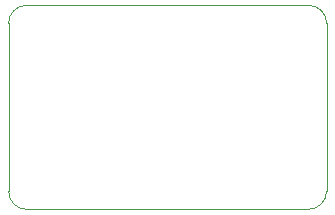
<source format=gm1>
G04 #@! TF.FileFunction,Profile,NP*
%FSLAX46Y46*%
G04 Gerber Fmt 4.6, Leading zero omitted, Abs format (unit mm)*
G04 Created by KiCad (PCBNEW 4.0.6) date 07/28/17 12:25:35*
%MOMM*%
%LPD*%
G01*
G04 APERTURE LIST*
%ADD10C,0.100000*%
G04 APERTURE END LIST*
D10*
X136144000Y-96520000D02*
X159512000Y-96520000D01*
X134620000Y-112268000D02*
X134620000Y-98044000D01*
X136144000Y-113792000D02*
X159004000Y-113792000D01*
X161544000Y-98298000D02*
X161544000Y-112268000D01*
X134620000Y-112268000D02*
G75*
G03X136144000Y-113792000I1524000J0D01*
G01*
X160020000Y-113792000D02*
G75*
G03X161544000Y-112268000I0J1524000D01*
G01*
X161544000Y-98044000D02*
G75*
G03X160020000Y-96520000I-1524000J0D01*
G01*
X161544000Y-98298000D02*
X161544000Y-98044000D01*
X136144000Y-96520000D02*
G75*
G03X134620000Y-98044000I0J-1524000D01*
G01*
X159512000Y-96520000D02*
X160020000Y-96520000D01*
X159004000Y-113792000D02*
X160020000Y-113792000D01*
M02*

</source>
